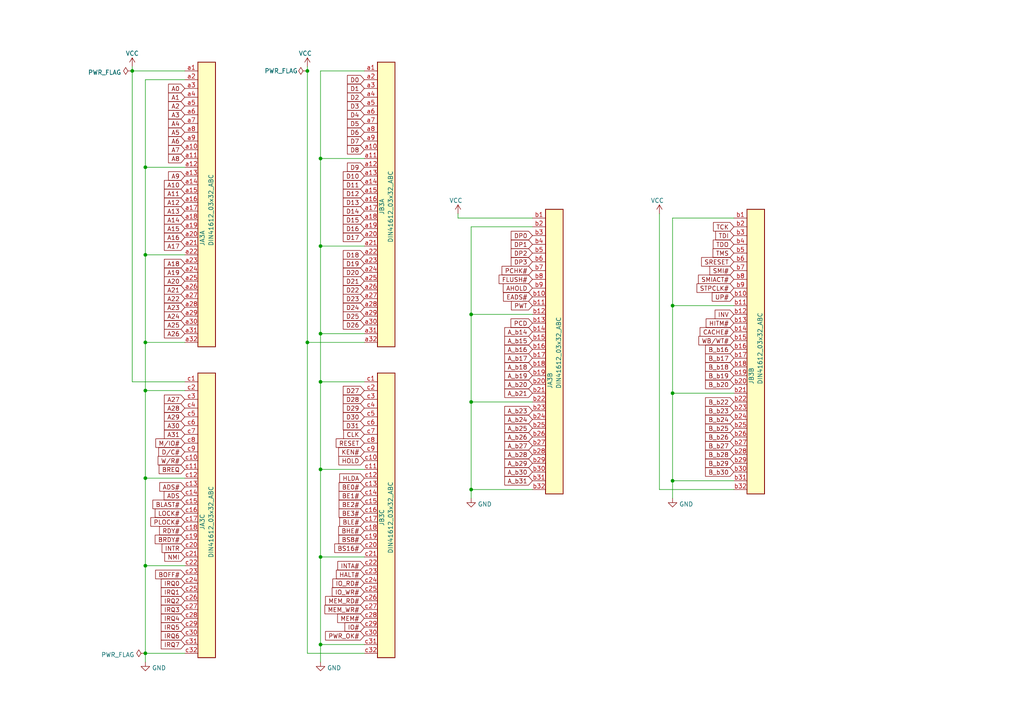
<source format=kicad_sch>
(kicad_sch (version 20211123) (generator eeschema)
  (paper "A4")
  (lib_symbols
    (symbol "Private Lib:DIN41612_03x32_ABC"
      (property "Reference" "U" (at 0 0 0))
      (property "Value" "DIN41612_03x32_ABC" (at 0 2.54 0))
      (symbol "DIN41612_03x32_ABC_0_1"
        (rectangle (start -2.54 -2.54) (end 2.54 -85.09) (stroke (width 0.254)) (fill (type background)))
      )
      (symbol "DIN41612_03x32_ABC_1_1"
        (pin passive line (at -6.35 -5.08 0) (length 3.81) (name "") (number "a1"))
        (pin passive line (at -6.35 -27.94 0) (length 3.81) (name "") (number "a10"))
        (pin passive line (at -6.35 -30.48 0) (length 3.81) (name "") (number "a11"))
        (pin passive line (at -6.35 -33.02 0) (length 3.81) (name "") (number "a12"))
        (pin passive line (at -6.35 -35.56 0) (length 3.81) (name "") (number "a13"))
        (pin passive line (at -6.35 -38.1 0) (length 3.81) (name "") (number "a14"))
        (pin passive line (at -6.35 -40.64 0) (length 3.81) (name "") (number "a15"))
        (pin passive line (at -6.35 -43.18 0) (length 3.81) (name "") (number "a16"))
        (pin passive line (at -6.35 -45.72 0) (length 3.81) (name "") (number "a17"))
        (pin passive line (at -6.35 -48.26 0) (length 3.81) (name "") (number "a18"))
        (pin passive line (at -6.35 -50.8 0) (length 3.81) (name "") (number "a19"))
        (pin passive line (at -6.35 -7.62 0) (length 3.81) (name "") (number "a2"))
        (pin passive line (at -6.35 -53.34 0) (length 3.81) (name "") (number "a20"))
        (pin passive line (at -6.35 -55.88 0) (length 3.81) (name "") (number "a21"))
        (pin passive line (at -6.35 -58.42 0) (length 3.81) (name "") (number "a22"))
        (pin passive line (at -6.35 -60.96 0) (length 3.81) (name "") (number "a23"))
        (pin passive line (at -6.35 -63.5 0) (length 3.81) (name "") (number "a24"))
        (pin passive line (at -6.35 -66.04 0) (length 3.81) (name "") (number "a25"))
        (pin passive line (at -6.35 -68.58 0) (length 3.81) (name "") (number "a26"))
        (pin passive line (at -6.35 -71.12 0) (length 3.81) (name "") (number "a27"))
        (pin passive line (at -6.35 -73.66 0) (length 3.81) (name "") (number "a28"))
        (pin passive line (at -6.35 -76.2 0) (length 3.81) (name "") (number "a29"))
        (pin passive line (at -6.35 -10.16 0) (length 3.81) (name "") (number "a3"))
        (pin passive line (at -6.35 -78.74 0) (length 3.81) (name "") (number "a30"))
        (pin passive line (at -6.35 -81.28 0) (length 3.81) (name "") (number "a31"))
        (pin passive line (at -6.35 -83.82 0) (length 3.81) (name "") (number "a32"))
        (pin passive line (at -6.35 -12.7 0) (length 3.81) (name "") (number "a4"))
        (pin passive line (at -6.35 -15.24 0) (length 3.81) (name "") (number "a5"))
        (pin passive line (at -6.35 -17.78 0) (length 3.81) (name "") (number "a6"))
        (pin passive line (at -6.35 -20.32 0) (length 3.81) (name "") (number "a7"))
        (pin passive line (at -6.35 -22.86 0) (length 3.81) (name "") (number "a8"))
        (pin passive line (at -6.35 -25.4 0) (length 3.81) (name "") (number "a9"))
      )
      (symbol "DIN41612_03x32_ABC_2_1"
        (pin passive line (at -6.35 -5.08 0) (length 3.81) (name "") (number "b1"))
        (pin passive line (at -6.35 -27.94 0) (length 3.81) (name "") (number "b10"))
        (pin passive line (at -6.35 -30.48 0) (length 3.81) (name "") (number "b11"))
        (pin passive line (at -6.35 -33.02 0) (length 3.81) (name "") (number "b12"))
        (pin passive line (at -6.35 -35.56 0) (length 3.81) (name "") (number "b13"))
        (pin passive line (at -6.35 -38.1 0) (length 3.81) (name "") (number "b14"))
        (pin passive line (at -6.35 -40.64 0) (length 3.81) (name "") (number "b15"))
        (pin passive line (at -6.35 -43.18 0) (length 3.81) (name "") (number "b16"))
        (pin passive line (at -6.35 -45.72 0) (length 3.81) (name "") (number "b17"))
        (pin passive line (at -6.35 -48.26 0) (length 3.81) (name "") (number "b18"))
        (pin passive line (at -6.35 -50.8 0) (length 3.81) (name "") (number "b19"))
        (pin passive line (at -6.35 -7.62 0) (length 3.81) (name "") (number "b2"))
        (pin passive line (at -6.35 -53.34 0) (length 3.81) (name "") (number "b20"))
        (pin passive line (at -6.35 -55.88 0) (length 3.81) (name "") (number "b21"))
        (pin passive line (at -6.35 -58.42 0) (length 3.81) (name "") (number "b22"))
        (pin passive line (at -6.35 -60.96 0) (length 3.81) (name "") (number "b23"))
        (pin passive line (at -6.35 -63.5 0) (length 3.81) (name "") (number "b24"))
        (pin passive line (at -6.35 -66.04 0) (length 3.81) (name "") (number "b25"))
        (pin passive line (at -6.35 -68.58 0) (length 3.81) (name "") (number "b26"))
        (pin passive line (at -6.35 -71.12 0) (length 3.81) (name "") (number "b27"))
        (pin passive line (at -6.35 -73.66 0) (length 3.81) (name "") (number "b28"))
        (pin passive line (at -6.35 -76.2 0) (length 3.81) (name "") (number "b29"))
        (pin passive line (at -6.35 -10.16 0) (length 3.81) (name "") (number "b3"))
        (pin passive line (at -6.35 -78.74 0) (length 3.81) (name "") (number "b30"))
        (pin passive line (at -6.35 -81.28 0) (length 3.81) (name "") (number "b31"))
        (pin passive line (at -6.35 -83.82 0) (length 3.81) (name "") (number "b32"))
        (pin passive line (at -6.35 -12.7 0) (length 3.81) (name "") (number "b4"))
        (pin passive line (at -6.35 -15.24 0) (length 3.81) (name "") (number "b5"))
        (pin passive line (at -6.35 -17.78 0) (length 3.81) (name "") (number "b6"))
        (pin passive line (at -6.35 -20.32 0) (length 3.81) (name "") (number "b7"))
        (pin passive line (at -6.35 -22.86 0) (length 3.81) (name "") (number "b8"))
        (pin passive line (at -6.35 -25.4 0) (length 3.81) (name "") (number "b9"))
      )
      (symbol "DIN41612_03x32_ABC_3_1"
        (pin passive line (at -6.35 -5.08 0) (length 3.81) (name "") (number "c1"))
        (pin passive line (at -6.35 -27.94 0) (length 3.81) (name "") (number "c10"))
        (pin passive line (at -6.35 -30.48 0) (length 3.81) (name "") (number "c11"))
        (pin passive line (at -6.35 -33.02 0) (length 3.81) (name "") (number "c12"))
        (pin passive line (at -6.35 -35.56 0) (length 3.81) (name "") (number "c13"))
        (pin passive line (at -6.35 -38.1 0) (length 3.81) (name "") (number "c14"))
        (pin passive line (at -6.35 -40.64 0) (length 3.81) (name "") (number "c15"))
        (pin passive line (at -6.35 -43.18 0) (length 3.81) (name "") (number "c16"))
        (pin passive line (at -6.35 -45.72 0) (length 3.81) (name "") (number "c17"))
        (pin passive line (at -6.35 -48.26 0) (length 3.81) (name "") (number "c18"))
        (pin passive line (at -6.35 -50.8 0) (length 3.81) (name "") (number "c19"))
        (pin passive line (at -6.35 -7.62 0) (length 3.81) (name "") (number "c2"))
        (pin passive line (at -6.35 -53.34 0) (length 3.81) (name "") (number "c20"))
        (pin passive line (at -6.35 -55.88 0) (length 3.81) (name "") (number "c21"))
        (pin passive line (at -6.35 -58.42 0) (length 3.81) (name "") (number "c22"))
        (pin passive line (at -6.35 -60.96 0) (length 3.81) (name "") (number "c23"))
        (pin passive line (at -6.35 -63.5 0) (length 3.81) (name "") (number "c24"))
        (pin passive line (at -6.35 -66.04 0) (length 3.81) (name "") (number "c25"))
        (pin passive line (at -6.35 -68.58 0) (length 3.81) (name "") (number "c26"))
        (pin passive line (at -6.35 -71.12 0) (length 3.81) (name "") (number "c27"))
        (pin passive line (at -6.35 -73.66 0) (length 3.81) (name "") (number "c28"))
        (pin passive line (at -6.35 -76.2 0) (length 3.81) (name "") (number "c29"))
        (pin passive line (at -6.35 -10.16 0) (length 3.81) (name "") (number "c3"))
        (pin passive line (at -6.35 -78.74 0) (length 3.81) (name "") (number "c30"))
        (pin passive line (at -6.35 -81.28 0) (length 3.81) (name "") (number "c31"))
        (pin passive line (at -6.35 -83.82 0) (length 3.81) (name "") (number "c32"))
        (pin passive line (at -6.35 -12.7 0) (length 3.81) (name "") (number "c4"))
        (pin passive line (at -6.35 -15.24 0) (length 3.81) (name "") (number "c5"))
        (pin passive line (at -6.35 -17.78 0) (length 3.81) (name "") (number "c6"))
        (pin passive line (at -6.35 -20.32 0) (length 3.81) (name "") (number "c7"))
        (pin passive line (at -6.35 -22.86 0) (length 3.81) (name "") (number "c8"))
        (pin passive line (at -6.35 -25.4 0) (length 3.81) (name "") (number "c9"))
      )
    )
    (symbol "power:GND" (power) (pin_names (offset 0))
      (property "Value" "GND" (at 0 -3.81 0))
      (symbol "GND_0_1"
        (polyline (pts (xy 0 0) (xy 0 -1.27) (xy 1.27 -1.27) (xy 0 -2.54) (xy -1.27 -1.27) (xy 0 -1.27)))
      )
      (symbol "GND_1_1"
        (pin power_in line (at 0 0 270) (length 0) hide (name "GND") (number "1"))
      )
    )
    (symbol "power:PWR_FLAG" (power) (pin_numbers hide) (pin_names (offset 0) hide)
      (property "Value" "PWR_FLAG" (at 0 3.81 0))
      (symbol "PWR_FLAG_0_0"
        (pin power_out line (at 0 0 90) (length 0) (name "pwr") (number "1"))
      )
      (symbol "PWR_FLAG_0_1"
        (polyline (pts (xy 0 0) (xy 0 1.27) (xy -1.016 1.905) (xy 0 2.54) (xy 1.016 1.905) (xy 0 1.27)))
      )
    )
    (symbol "power:VCC" (power) (pin_names (offset 0))
      (property "Value" "VCC" (at 0 3.81 0))
      (symbol "VCC_0_1"
        (polyline (pts (xy -0.762 1.27) (xy 0 2.54)))
        (polyline (pts (xy 0 0) (xy 0 2.54)))
        (polyline (pts (xy 0 2.54) (xy 0.762 1.27)))
      )
      (symbol "VCC_1_1"
        (pin power_in line (at 0 0 90) (length 0) hide (name "VCC") (number "1"))
      )
    )
  )
  (junction (at 42.164 164.084))
  (junction (at 195.072 139.446))
  (junction (at 89.154 99.314))
  (junction (at 42.164 48.514))
  (junction (at 89.154 20.574))
  (junction (at 42.164 113.284))
  (junction (at 195.072 114.046))
  (junction (at 136.652 141.986))
  (junction (at 92.964 161.544))
  (junction (at 92.964 136.144))
  (junction (at 136.652 116.586))
  (junction (at 42.164 138.684))
  (junction (at 92.964 71.374))
  (junction (at 92.964 186.944))
  (junction (at 38.354 20.574))
  (junction (at 92.964 45.974))
  (junction (at 92.964 110.744))
  (junction (at 195.072 88.646))
  (junction (at 42.164 73.914))
  (junction (at 92.964 96.774))
  (junction (at 136.652 91.186))
  (junction (at 42.164 189.484))
  (junction (at 42.164 99.314))
  (wire (pts (xy 92.964 186.944) (xy 92.964 192.024)))
  (wire (pts (xy 191.262 61.976) (xy 191.262 141.986)))
  (wire (pts (xy 42.164 73.914) (xy 53.594 73.914)))
  (wire (pts (xy 42.164 48.514) (xy 42.164 73.914)))
  (wire (pts (xy 38.354 19.304) (xy 38.354 20.574)))
  (wire (pts (xy 42.164 99.314) (xy 53.594 99.314)))
  (wire (pts (xy 92.964 186.944) (xy 105.664 186.944)))
  (wire (pts (xy 92.964 110.744) (xy 105.664 110.744)))
  (wire (pts (xy 53.594 23.114) (xy 42.164 23.114)))
  (wire (pts (xy 136.652 116.586) (xy 136.652 141.986)))
  (wire (pts (xy 42.164 113.284) (xy 42.164 138.684)))
  (wire (pts (xy 92.964 110.744) (xy 92.964 136.144)))
  (wire (pts (xy 92.964 136.144) (xy 105.664 136.144)))
  (wire (pts (xy 92.964 71.374) (xy 105.664 71.374)))
  (wire (pts (xy 42.164 48.514) (xy 53.594 48.514)))
  (wire (pts (xy 42.164 138.684) (xy 42.164 164.084)))
  (wire (pts (xy 136.652 65.786) (xy 136.652 91.186)))
  (wire (pts (xy 42.164 73.914) (xy 42.164 99.314)))
  (wire (pts (xy 105.664 20.574) (xy 92.964 20.574)))
  (wire (pts (xy 42.164 138.684) (xy 53.594 138.684)))
  (wire (pts (xy 42.164 164.084) (xy 42.164 189.484)))
  (wire (pts (xy 195.072 114.046) (xy 195.072 139.446)))
  (wire (pts (xy 42.164 189.484) (xy 53.594 189.484)))
  (wire (pts (xy 89.154 99.314) (xy 105.664 99.314)))
  (wire (pts (xy 42.164 113.284) (xy 53.594 113.284)))
  (wire (pts (xy 154.432 116.586) (xy 136.652 116.586)))
  (wire (pts (xy 195.072 88.646) (xy 195.072 114.046)))
  (wire (pts (xy 195.072 88.646) (xy 212.852 88.646)))
  (wire (pts (xy 92.964 161.544) (xy 105.664 161.544)))
  (wire (pts (xy 89.154 20.574) (xy 89.154 99.314)))
  (wire (pts (xy 195.072 139.446) (xy 195.072 144.526)))
  (wire (pts (xy 92.964 45.974) (xy 105.664 45.974)))
  (wire (pts (xy 38.354 110.744) (xy 53.594 110.744)))
  (wire (pts (xy 132.842 63.246) (xy 154.432 63.246)))
  (wire (pts (xy 212.852 63.246) (xy 195.072 63.246)))
  (wire (pts (xy 92.964 20.574) (xy 92.964 45.974)))
  (wire (pts (xy 136.652 91.186) (xy 136.652 116.586)))
  (wire (pts (xy 92.964 96.774) (xy 105.664 96.774)))
  (wire (pts (xy 42.164 192.024) (xy 42.164 189.484)))
  (wire (pts (xy 136.652 144.526) (xy 136.652 141.986)))
  (wire (pts (xy 92.964 96.774) (xy 92.964 110.744)))
  (wire (pts (xy 38.354 20.574) (xy 38.354 110.744)))
  (wire (pts (xy 132.842 61.976) (xy 132.842 63.246)))
  (wire (pts (xy 42.164 164.084) (xy 53.594 164.084)))
  (wire (pts (xy 92.964 45.974) (xy 92.964 71.374)))
  (wire (pts (xy 154.432 65.786) (xy 136.652 65.786)))
  (wire (pts (xy 89.154 189.484) (xy 105.664 189.484)))
  (wire (pts (xy 92.964 161.544) (xy 92.964 186.944)))
  (wire (pts (xy 154.432 141.986) (xy 136.652 141.986)))
  (wire (pts (xy 92.964 136.144) (xy 92.964 161.544)))
  (wire (pts (xy 195.072 63.246) (xy 195.072 88.646)))
  (wire (pts (xy 42.164 23.114) (xy 42.164 48.514)))
  (wire (pts (xy 38.354 20.574) (xy 53.594 20.574)))
  (wire (pts (xy 92.964 71.374) (xy 92.964 96.774)))
  (wire (pts (xy 212.852 141.986) (xy 191.262 141.986)))
  (wire (pts (xy 89.154 99.314) (xy 89.154 189.484)))
  (wire (pts (xy 42.164 99.314) (xy 42.164 113.284)))
  (wire (pts (xy 89.154 19.304) (xy 89.154 20.574)))
  (wire (pts (xy 212.852 114.046) (xy 195.072 114.046)))
  (wire (pts (xy 136.652 91.186) (xy 154.432 91.186)))
  (wire (pts (xy 212.852 139.446) (xy 195.072 139.446)))
  (global_label "A9" (shape input) (at 53.594 51.054 180) (property "Intersheet References" "${INTERSHEET_REFS}" (effects hide)))
  (global_label "BE0#" (shape input) (at 105.664 141.224 180) (property "Intersheet References" "${INTERSHEET_REFS}" (effects hide)))
  (global_label "M{slash}IO#" (shape input) (at 53.594 128.524 180) (property "Intersheet References" "${INTERSHEET_REFS}" (effects hide)))
  (global_label "B_b19" (shape input) (at 212.852 108.966 180) (property "Intersheet References" "${INTERSHEET_REFS}" (effects hide)))
  (global_label "B_b28" (shape input) (at 212.852 131.826 180) (property "Intersheet References" "${INTERSHEET_REFS}" (effects hide)))
  (global_label "A8" (shape input) (at 53.594 45.974 180) (property "Intersheet References" "${INTERSHEET_REFS}" (effects hide)))
  (global_label "A14" (shape input) (at 53.594 63.754 180) (property "Intersheet References" "${INTERSHEET_REFS}" (effects hide)))
  (global_label "IRQ2" (shape input) (at 53.594 174.244 180) (property "Intersheet References" "${INTERSHEET_REFS}" (effects hide)))
  (global_label "A4" (shape input) (at 53.594 35.814 180) (property "Intersheet References" "${INTERSHEET_REFS}" (effects hide)))
  (global_label "DP2" (shape input) (at 154.432 73.406 180) (property "Intersheet References" "${INTERSHEET_REFS}" (effects hide)))
  (global_label "D29" (shape input) (at 105.664 118.364 180) (property "Intersheet References" "${INTERSHEET_REFS}" (effects hide)))
  (global_label "MEM#" (shape input) (at 105.664 179.324 180) (property "Intersheet References" "${INTERSHEET_REFS}" (effects hide)))
  (global_label "D10" (shape input) (at 105.664 51.054 180) (property "Intersheet References" "${INTERSHEET_REFS}" (effects hide)))
  (global_label "HITM#" (shape input) (at 212.852 93.726 180) (property "Intersheet References" "${INTERSHEET_REFS}" (effects hide)))
  (global_label "A7" (shape input) (at 53.594 43.434 180) (property "Intersheet References" "${INTERSHEET_REFS}" (effects hide)))
  (global_label "PWT" (shape input) (at 154.432 88.646 180) (property "Intersheet References" "${INTERSHEET_REFS}" (effects hide)))
  (global_label "D5" (shape input) (at 105.664 35.814 180) (property "Intersheet References" "${INTERSHEET_REFS}" (effects hide)))
  (global_label "A_b17" (shape input) (at 154.432 103.886 180) (property "Intersheet References" "${INTERSHEET_REFS}" (effects hide)))
  (global_label "A_b14" (shape input) (at 154.432 96.266 180) (property "Intersheet References" "${INTERSHEET_REFS}" (effects hide)))
  (global_label "BHE#" (shape input) (at 105.664 153.924 180) (property "Intersheet References" "${INTERSHEET_REFS}" (effects hide)))
  (global_label "A25" (shape input) (at 53.594 94.234 180) (property "Intersheet References" "${INTERSHEET_REFS}" (effects hide)))
  (global_label "A3" (shape input) (at 53.594 33.274 180) (property "Intersheet References" "${INTERSHEET_REFS}" (effects hide)))
  (global_label "B_b24" (shape input) (at 212.852 121.666 180) (property "Intersheet References" "${INTERSHEET_REFS}" (effects hide)))
  (global_label "D7" (shape input) (at 105.664 40.894 180) (property "Intersheet References" "${INTERSHEET_REFS}" (effects hide)))
  (global_label "A17" (shape input) (at 53.594 71.374 180) (property "Intersheet References" "${INTERSHEET_REFS}" (effects hide)))
  (global_label "D4" (shape input) (at 105.664 33.274 180) (property "Intersheet References" "${INTERSHEET_REFS}" (effects hide)))
  (global_label "IO_RD#" (shape input) (at 105.664 169.164 180) (property "Intersheet References" "${INTERSHEET_REFS}" (effects hide)))
  (global_label "D30" (shape input) (at 105.664 120.904 180) (property "Intersheet References" "${INTERSHEET_REFS}" (effects hide)))
  (global_label "B_b29" (shape input) (at 212.852 134.366 180) (property "Intersheet References" "${INTERSHEET_REFS}" (effects hide)))
  (global_label "DP3" (shape input) (at 154.432 75.946 180) (property "Intersheet References" "${INTERSHEET_REFS}" (effects hide)))
  (global_label "NMI" (shape input) (at 53.594 161.544 180) (property "Intersheet References" "${INTERSHEET_REFS}" (effects hide)))
  (global_label "B_b16" (shape input) (at 212.852 101.346 180) (property "Intersheet References" "${INTERSHEET_REFS}" (effects hide)))
  (global_label "A19" (shape input) (at 53.594 78.994 180) (property "Intersheet References" "${INTERSHEET_REFS}" (effects hide)))
  (global_label "D9" (shape input) (at 105.664 48.514 180) (property "Intersheet References" "${INTERSHEET_REFS}" (effects hide)))
  (global_label "ADS" (shape input) (at 53.594 143.764 180) (property "Intersheet References" "${INTERSHEET_REFS}" (effects hide)))
  (global_label "A23" (shape input) (at 53.594 89.154 180) (property "Intersheet References" "${INTERSHEET_REFS}" (effects hide)))
  (global_label "D20" (shape input) (at 105.664 78.994 180) (property "Intersheet References" "${INTERSHEET_REFS}" (effects hide)))
  (global_label "A_b28" (shape input) (at 154.432 131.826 180) (property "Intersheet References" "${INTERSHEET_REFS}" (effects hide)))
  (global_label "IRQ0" (shape input) (at 53.594 169.164 180) (property "Intersheet References" "${INTERSHEET_REFS}" (effects hide)))
  (global_label "A29" (shape input) (at 53.594 120.904 180) (property "Intersheet References" "${INTERSHEET_REFS}" (effects hide)))
  (global_label "PCD" (shape input) (at 154.432 93.726 180) (property "Intersheet References" "${INTERSHEET_REFS}" (effects hide)))
  (global_label "BOFF#" (shape input) (at 53.594 166.624 180) (property "Intersheet References" "${INTERSHEET_REFS}" (effects hide)))
  (global_label "A16" (shape input) (at 53.594 68.834 180) (property "Intersheet References" "${INTERSHEET_REFS}" (effects hide)))
  (global_label "DP1" (shape input) (at 154.432 70.866 180) (property "Intersheet References" "${INTERSHEET_REFS}" (effects hide)))
  (global_label "A13" (shape input) (at 53.594 61.214 180) (property "Intersheet References" "${INTERSHEET_REFS}" (effects hide)))
  (global_label "BS8#" (shape input) (at 105.664 156.464 180) (property "Intersheet References" "${INTERSHEET_REFS}" (effects hide)))
  (global_label "A_b25" (shape input) (at 154.432 124.206 180) (property "Intersheet References" "${INTERSHEET_REFS}" (effects hide)))
  (global_label "WB{slash}WT#" (shape input) (at 212.852 98.806 180) (property "Intersheet References" "${INTERSHEET_REFS}" (effects hide)))
  (global_label "D11" (shape input) (at 105.664 53.594 180) (property "Intersheet References" "${INTERSHEET_REFS}" (effects hide)))
  (global_label "IRQ6" (shape input) (at 53.594 184.404 180) (property "Intersheet References" "${INTERSHEET_REFS}" (effects hide)))
  (global_label "D23" (shape input) (at 105.664 86.614 180) (property "Intersheet References" "${INTERSHEET_REFS}" (effects hide)))
  (global_label "A12" (shape input) (at 53.594 58.674 180) (property "Intersheet References" "${INTERSHEET_REFS}" (effects hide)))
  (global_label "A6" (shape input) (at 53.594 40.894 180) (property "Intersheet References" "${INTERSHEET_REFS}" (effects hide)))
  (global_label "D0" (shape input) (at 105.664 23.114 180) (property "Intersheet References" "${INTERSHEET_REFS}" (effects hide)))
  (global_label "B_b17" (shape input) (at 212.852 103.886 180) (property "Intersheet References" "${INTERSHEET_REFS}" (effects hide)))
  (global_label "A_b20" (shape input) (at 154.432 111.506 180) (property "Intersheet References" "${INTERSHEET_REFS}" (effects hide)))
  (global_label "A_b29" (shape input) (at 154.432 134.366 180) (property "Intersheet References" "${INTERSHEET_REFS}" (effects hide)))
  (global_label "HALT#" (shape input) (at 105.664 166.624 180) (property "Intersheet References" "${INTERSHEET_REFS}" (effects hide)))
  (global_label "IO_WR#" (shape input) (at 105.664 171.704 180) (property "Intersheet References" "${INTERSHEET_REFS}" (effects hide)))
  (global_label "B_b27" (shape input) (at 212.852 129.286 180) (property "Intersheet References" "${INTERSHEET_REFS}" (effects hide)))
  (global_label "IRQ7" (shape input) (at 53.594 186.944 180) (property "Intersheet References" "${INTERSHEET_REFS}" (effects hide)))
  (global_label "A1" (shape input) (at 53.594 28.194 180) (property "Intersheet References" "${INTERSHEET_REFS}" (effects hide)))
  (global_label "A_b21" (shape input) (at 154.432 114.046 180) (property "Intersheet References" "${INTERSHEET_REFS}" (effects hide)))
  (global_label "W{slash}R#" (shape input) (at 53.594 133.604 180) (property "Intersheet References" "${INTERSHEET_REFS}" (effects hide)))
  (global_label "PCHK#" (shape input) (at 154.432 78.486 180) (property "Intersheet References" "${INTERSHEET_REFS}" (effects hide)))
  (global_label "FLUSH#" (shape input) (at 154.432 81.026 180) (property "Intersheet References" "${INTERSHEET_REFS}" (effects hide)))
  (global_label "PWR_OK#" (shape input) (at 105.664 184.404 180) (property "Intersheet References" "${INTERSHEET_REFS}" (effects hide)))
  (global_label "IRQ3" (shape input) (at 53.594 176.784 180) (property "Intersheet References" "${INTERSHEET_REFS}" (effects hide)))
  (global_label "A2" (shape input) (at 53.594 30.734 180) (property "Intersheet References" "${INTERSHEET_REFS}" (effects hide)))
  (global_label "IRQ1" (shape input) (at 53.594 171.704 180) (property "Intersheet References" "${INTERSHEET_REFS}" (effects hide)))
  (global_label "TMS" (shape input) (at 212.852 73.406 180) (property "Intersheet References" "${INTERSHEET_REFS}" (effects hide)))
  (global_label "A28" (shape input) (at 53.594 118.364 180) (property "Intersheet References" "${INTERSHEET_REFS}" (effects hide)))
  (global_label "D8" (shape input) (at 105.664 43.434 180) (property "Intersheet References" "${INTERSHEET_REFS}" (effects hide)))
  (global_label "D31" (shape input) (at 105.664 123.444 180) (property "Intersheet References" "${INTERSHEET_REFS}" (effects hide)))
  (global_label "D3" (shape input) (at 105.664 30.734 180) (property "Intersheet References" "${INTERSHEET_REFS}" (effects hide)))
  (global_label "IO#" (shape input) (at 105.664 181.864 180) (property "Intersheet References" "${INTERSHEET_REFS}" (effects hide)))
  (global_label "D12" (shape input) (at 105.664 56.134 180) (property "Intersheet References" "${INTERSHEET_REFS}" (effects hide)))
  (global_label "D22" (shape input) (at 105.664 84.074 180) (property "Intersheet References" "${INTERSHEET_REFS}" (effects hide)))
  (global_label "D19" (shape input) (at 105.664 76.454 180) (property "Intersheet References" "${INTERSHEET_REFS}" (effects hide)))
  (global_label "D27" (shape input) (at 105.664 113.284 180) (property "Intersheet References" "${INTERSHEET_REFS}" (effects hide)))
  (global_label "PLOCK#" (shape input) (at 53.594 151.384 180) (property "Intersheet References" "${INTERSHEET_REFS}" (effects hide)))
  (global_label "TCK" (shape input) (at 212.852 65.786 180) (property "Intersheet References" "${INTERSHEET_REFS}" (effects hide)))
  (global_label "D26" (shape input) (at 105.664 94.234 180) (property "Intersheet References" "${INTERSHEET_REFS}" (effects hide)))
  (global_label "D15" (shape input) (at 105.664 63.754 180) (property "Intersheet References" "${INTERSHEET_REFS}" (effects hide)))
  (global_label "KEN#" (shape input) (at 105.664 131.064 180) (property "Intersheet References" "${INTERSHEET_REFS}" (effects hide)))
  (global_label "SMI#" (shape input) (at 212.852 78.486 180) (property "Intersheet References" "${INTERSHEET_REFS}" (effects hide)))
  (global_label "D21" (shape input) (at 105.664 81.534 180) (property "Intersheet References" "${INTERSHEET_REFS}" (effects hide)))
  (global_label "RESET" (shape input) (at 105.664 128.524 180) (property "Intersheet References" "${INTERSHEET_REFS}" (effects hide)))
  (global_label "SMIACT#" (shape input) (at 212.852 81.026 180) (property "Intersheet References" "${INTERSHEET_REFS}" (effects hide)))
  (global_label "SRESET" (shape input) (at 212.852 75.946 180) (property "Intersheet References" "${INTERSHEET_REFS}" (effects hide)))
  (global_label "EADS#" (shape input) (at 154.432 86.106 180) (property "Intersheet References" "${INTERSHEET_REFS}" (effects hide)))
  (global_label "D13" (shape input) (at 105.664 58.674 180) (property "Intersheet References" "${INTERSHEET_REFS}" (effects hide)))
  (global_label "A11" (shape input) (at 53.594 56.134 180) (property "Intersheet References" "${INTERSHEET_REFS}" (effects hide)))
  (global_label "HLDA" (shape input) (at 105.664 138.684 180) (property "Intersheet References" "${INTERSHEET_REFS}" (effects hide)))
  (global_label "A5" (shape input) (at 53.594 38.354 180) (property "Intersheet References" "${INTERSHEET_REFS}" (effects hide)))
  (global_label "D25" (shape input) (at 105.664 91.694 180) (property "Intersheet References" "${INTERSHEET_REFS}" (effects hide)))
  (global_label "STPCLK#" (shape input) (at 212.852 83.566 180) (property "Intersheet References" "${INTERSHEET_REFS}" (effects hide)))
  (global_label "A18" (shape input) (at 53.594 76.454 180) (property "Intersheet References" "${INTERSHEET_REFS}" (effects hide)))
  (global_label "BLE#" (shape input) (at 105.664 151.384 180) (property "Intersheet References" "${INTERSHEET_REFS}" (effects hide)))
  (global_label "A24" (shape input) (at 53.594 91.694 180) (property "Intersheet References" "${INTERSHEET_REFS}" (effects hide)))
  (global_label "D1" (shape input) (at 105.664 25.654 180) (property "Intersheet References" "${INTERSHEET_REFS}" (effects hide)))
  (global_label "RDY#" (shape input) (at 53.594 153.924 180) (property "Intersheet References" "${INTERSHEET_REFS}" (effects hide)))
  (global_label "B_b22" (shape input) (at 212.852 116.586 180) (property "Intersheet References" "${INTERSHEET_REFS}" (effects hide)))
  (global_label "DP0" (shape input) (at 154.432 68.326 180) (property "Intersheet References" "${INTERSHEET_REFS}" (effects hide)))
  (global_label "BE1#" (shape input) (at 105.664 143.764 180) (property "Intersheet References" "${INTERSHEET_REFS}" (effects hide)))
  (global_label "A26" (shape input) (at 53.594 96.774 180) (property "Intersheet References" "${INTERSHEET_REFS}" (effects hide)))
  (global_label "D16" (shape input) (at 105.664 66.294 180) (property "Intersheet References" "${INTERSHEET_REFS}" (effects hide)))
  (global_label "A21" (shape input) (at 53.594 84.074 180) (property "Intersheet References" "${INTERSHEET_REFS}" (effects hide)))
  (global_label "A27" (shape input) (at 53.594 115.824 180) (property "Intersheet References" "${INTERSHEET_REFS}" (effects hide)))
  (global_label "INTA#" (shape input) (at 105.664 164.084 180) (property "Intersheet References" "${INTERSHEET_REFS}" (effects hide)))
  (global_label "A_b18" (shape input) (at 154.432 106.426 180) (property "Intersheet References" "${INTERSHEET_REFS}" (effects hide)))
  (global_label "B_b25" (shape input) (at 212.852 124.206 180) (property "Intersheet References" "${INTERSHEET_REFS}" (effects hide)))
  (global_label "MEM_RD#" (shape input) (at 105.664 174.244 180) (property "Intersheet References" "${INTERSHEET_REFS}" (effects hide)))
  (global_label "A30" (shape input) (at 53.594 123.444 180) (property "Intersheet References" "${INTERSHEET_REFS}" (effects hide)))
  (global_label "ADS#" (shape input) (at 53.594 141.224 180) (property "Intersheet References" "${INTERSHEET_REFS}" (effects hide)))
  (global_label "TDI" (shape input) (at 212.852 68.326 180) (property "Intersheet References" "${INTERSHEET_REFS}" (effects hide)))
  (global_label "A20" (shape input) (at 53.594 81.534 180) (property "Intersheet References" "${INTERSHEET_REFS}" (effects hide)))
  (global_label "CACHE#" (shape input) (at 212.852 96.266 180) (property "Intersheet References" "${INTERSHEET_REFS}" (effects hide)))
  (global_label "TDO" (shape input) (at 212.852 70.866 180) (property "Intersheet References" "${INTERSHEET_REFS}" (effects hide)))
  (global_label "BREQ" (shape input) (at 53.594 136.144 180) (property "Intersheet References" "${INTERSHEET_REFS}" (effects hide)))
  (global_label "LOCK#" (shape input) (at 53.594 148.844 180) (property "Intersheet References" "${INTERSHEET_REFS}" (effects hide)))
  (global_label "A0" (shape input) (at 53.594 25.654 180) (property "Intersheet References" "${INTERSHEET_REFS}" (effects hide)))
  (global_label "BS16#" (shape input) (at 105.664 159.004 180) (property "Intersheet References" "${INTERSHEET_REFS}" (effects hide)))
  (global_label "A_b23" (shape input) (at 154.432 119.126 180) (property "Intersheet References" "${INTERSHEET_REFS}" (effects hide)))
  (global_label "B_b18" (shape input) (at 212.852 106.426 180) (property "Intersheet References" "${INTERSHEET_REFS}" (effects hide)))
  (global_label "D28" (shape input) (at 105.664 115.824 180) (property "Intersheet References" "${INTERSHEET_REFS}" (effects hide)))
  (global_label "AHOLD" (shape input) (at 154.432 83.566 180) (property "Intersheet References" "${INTERSHEET_REFS}" (effects hide)))
  (global_label "A_b19" (shape input) (at 154.432 108.966 180) (property "Intersheet References" "${INTERSHEET_REFS}" (effects hide)))
  (global_label "D24" (shape input) (at 105.664 89.154 180) (property "Intersheet References" "${INTERSHEET_REFS}" (effects hide)))
  (global_label "A10" (shape input) (at 53.594 53.594 180) (property "Intersheet References" "${INTERSHEET_REFS}" (effects hide)))
  (global_label "BLAST#" (shape input) (at 53.594 146.304 180) (property "Intersheet References" "${INTERSHEET_REFS}" (effects hide)))
  (global_label "D18" (shape input) (at 105.664 73.914 180) (property "Intersheet References" "${INTERSHEET_REFS}" (effects hide)))
  (global_label "UP#" (shape input) (at 212.852 86.106 180) (property "Intersheet References" "${INTERSHEET_REFS}" (effects hide)))
  (global_label "CLK" (shape input) (at 105.664 125.984 180) (property "Intersheet References" "${INTERSHEET_REFS}" (effects hide)))
  (global_label "A_b27" (shape input) (at 154.432 129.286 180) (property "Intersheet References" "${INTERSHEET_REFS}" (effects hide)))
  (global_label "INTR" (shape input) (at 53.594 159.004 180) (property "Intersheet References" "${INTERSHEET_REFS}" (effects hide)))
  (global_label "BE3#" (shape input) (at 105.664 148.844 180) (property "Intersheet References" "${INTERSHEET_REFS}" (effects hide)))
  (global_label "A_b31" (shape input) (at 154.432 139.446 180) (property "Intersheet References" "${INTERSHEET_REFS}" (effects hide)))
  (global_label "BRDY#" (shape input) (at 53.594 156.464 180) (property "Intersheet References" "${INTERSHEET_REFS}" (effects hide)))
  (global_label "B_b30" (shape input) (at 212.852 136.906 180) (property "Intersheet References" "${INTERSHEET_REFS}" (effects hide)))
  (global_label "A_b26" (shape input) (at 154.432 126.746 180) (property "Intersheet References" "${INTERSHEET_REFS}" (effects hide)))
  (global_label "A15" (shape input) (at 53.594 66.294 180) (property "Intersheet References" "${INTERSHEET_REFS}" (effects hide)))
  (global_label "B_b20" (shape input) (at 212.852 111.506 180) (property "Intersheet References" "${INTERSHEET_REFS}" (effects hide)))
  (global_label "BE2#" (shape input) (at 105.664 146.304 180) (property "Intersheet References" "${INTERSHEET_REFS}" (effects hide)))
  (global_label "A_b24" (shape input) (at 154.432 121.666 180) (property "Intersheet References" "${INTERSHEET_REFS}" (effects hide)))
  (global_label "B_b23" (shape input) (at 212.852 119.126 180) (property "Intersheet References" "${INTERSHEET_REFS}" (effects hide)))
  (global_label "INV" (shape input) (at 212.852 91.186 180) (property "Intersheet References" "${INTERSHEET_REFS}" (effects hide)))
  (global_label "A31" (shape input) (at 53.594 125.984 180) (property "Intersheet References" "${INTERSHEET_REFS}" (effects hide)))
  (global_label "IRQ4" (shape input) (at 53.594 179.324 180) (property "Intersheet References" "${INTERSHEET_REFS}" (effects hide)))
  (global_label "B_b26" (shape input) (at 212.852 126.746 180) (property "Intersheet References" "${INTERSHEET_REFS}" (effects hide)))
  (global_label "A_b30" (shape input) (at 154.432 136.906 180) (property "Intersheet References" "${INTERSHEET_REFS}" (effects hide)))
  (global_label "A22" (shape input) (at 53.594 86.614 180) (property "Intersheet References" "${INTERSHEET_REFS}" (effects hide)))
  (global_label "D{slash}C#" (shape input) (at 53.594 131.064 180) (property "Intersheet References" "${INTERSHEET_REFS}" (effects hide)))
  (global_label "A_b15" (shape input) (at 154.432 98.806 180) (property "Intersheet References" "${INTERSHEET_REFS}" (effects hide)))
  (global_label "D2" (shape input) (at 105.664 28.194 180) (property "Intersheet References" "${INTERSHEET_REFS}" (effects hide)))
  (global_label "IRQ5" (shape input) (at 53.594 181.864 180) (property "Intersheet References" "${INTERSHEET_REFS}" (effects hide)))
  (global_label "D17" (shape input) (at 105.664 68.834 180) (property "Intersheet References" "${INTERSHEET_REFS}" (effects hide)))
  (global_label "D6" (shape input) (at 105.664 38.354 180) (property "Intersheet References" "${INTERSHEET_REFS}" (effects hide)))
  (global_label "MEM_WR#" (shape input) (at 105.664 176.784 180) (property "Intersheet References" "${INTERSHEET_REFS}" (effects hide)))
  (global_label "A_b16" (shape input) (at 154.432 101.346 180) (property "Intersheet References" "${INTERSHEET_REFS}" (effects hide)))
  (global_label "HOLD" (shape input) (at 105.664 133.604 180) (property "Intersheet References" "${INTERSHEET_REFS}" (effects hide)))
  (global_label "D14" (shape input) (at 105.664 61.214 180) (property "Intersheet References" "${INTERSHEET_REFS}" (effects hide)))
  (symbol (lib_id "power:VCC") (at 38.354 19.304 0) (mirror y) (unit 1)
    (property "Reference" "#PWR0122" (effects hide))
    (property "Value" "VCC" (at 38.354 15.494 0))
  )
  (symbol (lib_id "power:GND") (at 195.072 144.526 0) (mirror y) (unit 1)
    (property "Reference" "#PWR0119" (effects hide))
    (property "Value" "GND" (at 196.977 146.2298 0) (effects (justify right)))
  )
  (symbol (lib_id "power:GND") (at 136.652 144.526 0) (mirror y) (unit 1)
    (property "Reference" "#PWR0117" (effects hide))
    (property "Value" "GND" (at 138.557 146.2298 0) (effects (justify right)))
  )
  (symbol (lib_id "Private Lib:DIN41612_03x32_ABC") (at 219.202 58.166 0) (unit 2)
    (property "Reference" "JB3" (at 217.932 111.506 90) (effects (justify left)))
    (property "Value" "DIN41612_03x32_ABC" (at 220.4689 111.506 90) (effects (justify left)))
    (property "Footprint" "Connector_DIN:DIN41612_C_3x32_Female_Vertical_THT" (effects hide))
  )
  (symbol (lib_id "Private Lib:DIN41612_03x32_ABC") (at 59.944 105.664 0) (unit 3)
    (property "Reference" "JA3" (at 58.6771 151.384 90))
    (property "Value" "DIN41612_03x32_ABC" (at 61.214 151.384 90))
    (property "Footprint" "Connector_DIN:DIN41612_C_3x32_Female_Vertical_THT" (effects hide))
  )
  (symbol (lib_id "power:VCC") (at 132.842 61.976 0) (mirror y) (unit 1)
    (property "Reference" "#PWR0120" (effects hide))
    (property "Value" "VCC" (at 130.302 58.166 0) (effects (justify right)))
  )
  (symbol (lib_id "power:GND") (at 92.964 192.024 0) (mirror y) (unit 1)
    (property "Reference" "#PWR0121" (effects hide))
    (property "Value" "GND" (at 94.869 193.7278 0) (effects (justify right)))
  )
  (symbol (lib_id "Private Lib:DIN41612_03x32_ABC") (at 160.782 58.166 0) (unit 2)
    (property "Reference" "JA3" (at 159.5151 112.776 90) (effects (justify left)))
    (property "Value" "DIN41612_03x32_ABC" (at 162.052 112.776 90) (effects (justify left)))
    (property "Footprint" "Connector_DIN:DIN41612_C_3x32_Female_Vertical_THT" (effects hide))
  )
  (symbol (lib_id "power:PWR_FLAG") (at 42.164 189.484 90) (unit 1)
    (property "Reference" "#FLG0108" (effects hide))
    (property "Value" "PWR_FLAG" (at 38.9891 189.9178 90) (effects (justify left)))
  )
  (symbol (lib_id "power:GND") (at 42.164 192.024 0) (mirror y) (unit 1)
    (property "Reference" "#PWR0123" (effects hide))
    (property "Value" "GND" (at 44.069 193.7278 0) (effects (justify right)))
  )
  (symbol (lib_id "Private Lib:DIN41612_03x32_ABC") (at 112.014 105.664 0) (unit 3)
    (property "Reference" "JB3" (at 110.744 150.114 90))
    (property "Value" "DIN41612_03x32_ABC" (at 113.2809 150.114 90))
    (property "Footprint" "Connector_DIN:DIN41612_C_3x32_Female_Vertical_THT" (effects hide))
  )
  (symbol (lib_id "Private Lib:DIN41612_03x32_ABC") (at 59.944 15.494 0) (unit 1)
    (property "Reference" "JA3" (at 58.6771 71.374 90) (effects (justify left)))
    (property "Value" "DIN41612_03x32_ABC" (at 61.214 71.374 90) (effects (justify left)))
    (property "Footprint" "Connector_DIN:DIN41612_C_3x32_Female_Vertical_THT" (effects hide))
  )
  (symbol (lib_id "Private Lib:DIN41612_03x32_ABC") (at 112.014 15.494 0) (unit 1)
    (property "Reference" "JB3" (at 110.744 59.944 90))
    (property "Value" "DIN41612_03x32_ABC" (at 113.2809 59.944 90))
    (property "Footprint" "Connector_DIN:DIN41612_C_3x32_Female_Vertical_THT" (effects hide))
  )
  (symbol (lib_id "power:PWR_FLAG") (at 38.354 20.574 90) (unit 1)
    (property "Reference" "#FLG0107" (effects hide))
    (property "Value" "PWR_FLAG" (at 35.1791 21.0078 90) (effects (justify left)))
  )
  (symbol (lib_id "power:PWR_FLAG") (at 89.154 20.574 90) (unit 1)
    (property "Reference" "#FLG0109" (effects hide))
    (property "Value" "PWR_FLAG" (at 81.534 20.574 90))
  )
  (symbol (lib_id "power:VCC") (at 89.154 19.304 0) (mirror y) (unit 1)
    (property "Reference" "#PWR0124" (effects hide))
    (property "Value" "VCC" (at 86.614 15.494 0) (effects (justify right)))
  )
  (symbol (lib_id "power:VCC") (at 191.262 61.976 0) (mirror y) (unit 1)
    (property "Reference" "#PWR0118" (effects hide))
    (property "Value" "VCC" (at 188.722 58.166 0) (effects (justify right)))
  )
)
</source>
